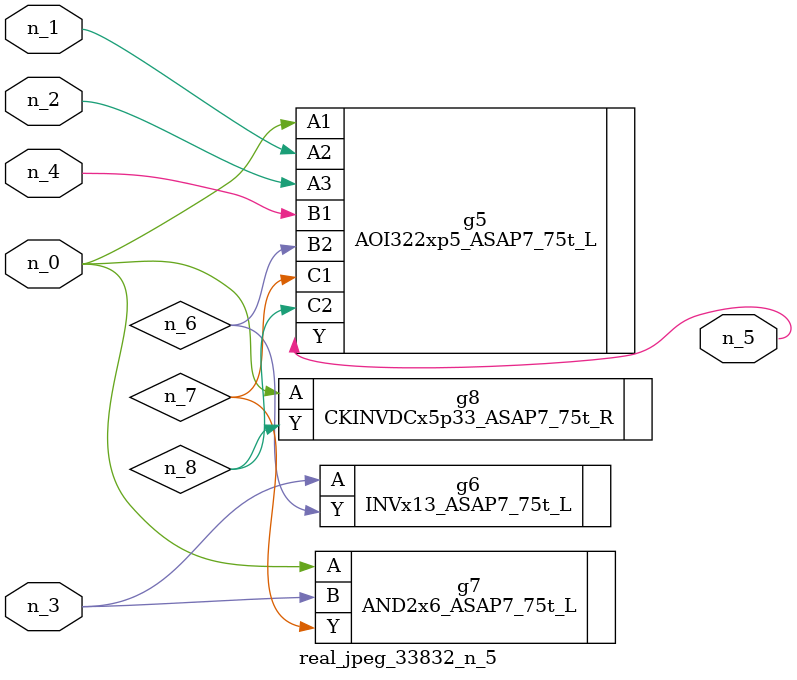
<source format=v>
module real_jpeg_33832_n_5 (n_4, n_0, n_1, n_2, n_3, n_5);

input n_4;
input n_0;
input n_1;
input n_2;
input n_3;

output n_5;

wire n_8;
wire n_6;
wire n_7;

AOI322xp5_ASAP7_75t_L g5 ( 
.A1(n_0),
.A2(n_1),
.A3(n_2),
.B1(n_4),
.B2(n_6),
.C1(n_7),
.C2(n_8),
.Y(n_5)
);

AND2x6_ASAP7_75t_L g7 ( 
.A(n_0),
.B(n_3),
.Y(n_7)
);

CKINVDCx5p33_ASAP7_75t_R g8 ( 
.A(n_0),
.Y(n_8)
);

INVx13_ASAP7_75t_L g6 ( 
.A(n_3),
.Y(n_6)
);


endmodule
</source>
